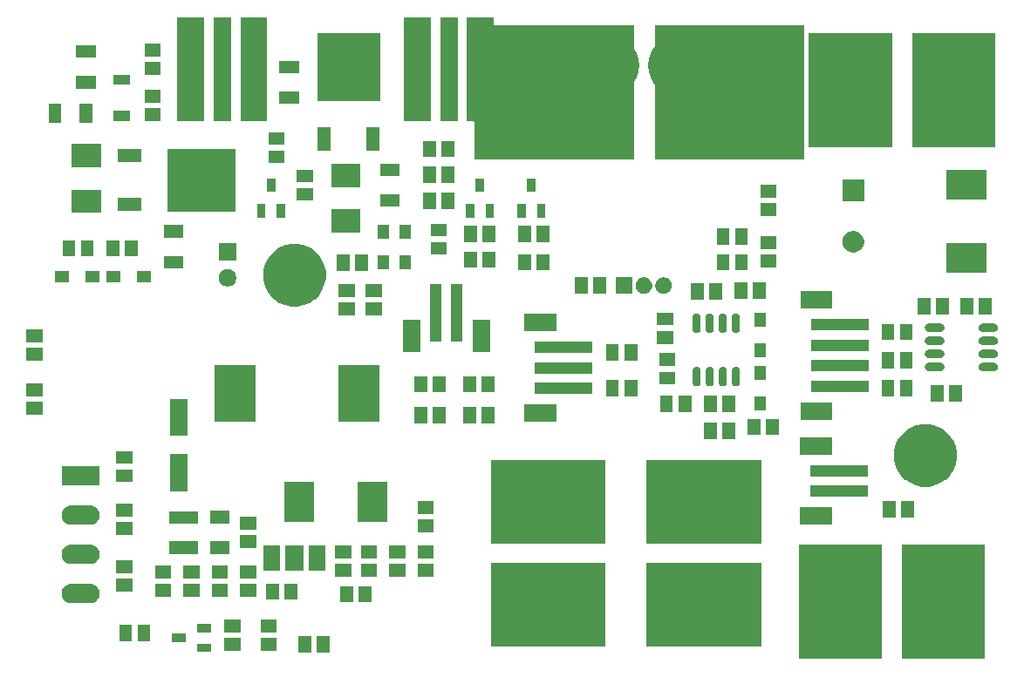
<source format=gbr>
%TF.GenerationSoftware,KiCad,Pcbnew,(5.1.4)-1*%
%TF.CreationDate,2021-05-17T23:16:04+08:00*%
%TF.ProjectId,power,706f7765-722e-46b6-9963-61645f706362,rev?*%
%TF.SameCoordinates,Original*%
%TF.FileFunction,Soldermask,Top*%
%TF.FilePolarity,Negative*%
%FSLAX46Y46*%
G04 Gerber Fmt 4.6, Leading zero omitted, Abs format (unit mm)*
G04 Created by KiCad (PCBNEW (5.1.4)-1) date 2021-05-17 23:16:04*
%MOMM*%
%LPD*%
G04 APERTURE LIST*
%ADD10C,0.350000*%
G04 APERTURE END LIST*
D10*
G36*
X116051000Y-83301000D02*
G01*
X107949000Y-83301000D01*
X107949000Y-72199000D01*
X116051000Y-72199000D01*
X116051000Y-83301000D01*
X116051000Y-83301000D01*
G37*
G36*
X106051000Y-83301000D02*
G01*
X97949000Y-83301000D01*
X97949000Y-72199000D01*
X106051000Y-72199000D01*
X106051000Y-83301000D01*
X106051000Y-83301000D01*
G37*
G36*
X50631000Y-82676000D02*
G01*
X49369000Y-82676000D01*
X49369000Y-81104000D01*
X50631000Y-81104000D01*
X50631000Y-82676000D01*
X50631000Y-82676000D01*
G37*
G36*
X52411000Y-82676000D02*
G01*
X51149000Y-82676000D01*
X51149000Y-81104000D01*
X52411000Y-81104000D01*
X52411000Y-82676000D01*
X52411000Y-82676000D01*
G37*
G36*
X40926000Y-82601000D02*
G01*
X39574000Y-82601000D01*
X39574000Y-81799000D01*
X40926000Y-81799000D01*
X40926000Y-82601000D01*
X40926000Y-82601000D01*
G37*
G36*
X43786000Y-82521000D02*
G01*
X42214000Y-82521000D01*
X42214000Y-81259000D01*
X43786000Y-81259000D01*
X43786000Y-82521000D01*
X43786000Y-82521000D01*
G37*
G36*
X47286000Y-82521000D02*
G01*
X45714000Y-82521000D01*
X45714000Y-81259000D01*
X47286000Y-81259000D01*
X47286000Y-82521000D01*
X47286000Y-82521000D01*
G37*
G36*
X94301000Y-82051000D02*
G01*
X83199000Y-82051000D01*
X83199000Y-73949000D01*
X94301000Y-73949000D01*
X94301000Y-82051000D01*
X94301000Y-82051000D01*
G37*
G36*
X79151000Y-82051000D02*
G01*
X68049000Y-82051000D01*
X68049000Y-73949000D01*
X79151000Y-73949000D01*
X79151000Y-82051000D01*
X79151000Y-82051000D01*
G37*
G36*
X38426000Y-81651000D02*
G01*
X37074000Y-81651000D01*
X37074000Y-80849000D01*
X38426000Y-80849000D01*
X38426000Y-81651000D01*
X38426000Y-81651000D01*
G37*
G36*
X35021000Y-81536000D02*
G01*
X33759000Y-81536000D01*
X33759000Y-79964000D01*
X35021000Y-79964000D01*
X35021000Y-81536000D01*
X35021000Y-81536000D01*
G37*
G36*
X33241000Y-81536000D02*
G01*
X31979000Y-81536000D01*
X31979000Y-79964000D01*
X33241000Y-79964000D01*
X33241000Y-81536000D01*
X33241000Y-81536000D01*
G37*
G36*
X43786000Y-80741000D02*
G01*
X42214000Y-80741000D01*
X42214000Y-79479000D01*
X43786000Y-79479000D01*
X43786000Y-80741000D01*
X43786000Y-80741000D01*
G37*
G36*
X47286000Y-80741000D02*
G01*
X45714000Y-80741000D01*
X45714000Y-79479000D01*
X47286000Y-79479000D01*
X47286000Y-80741000D01*
X47286000Y-80741000D01*
G37*
G36*
X40926000Y-80701000D02*
G01*
X39574000Y-80701000D01*
X39574000Y-79899000D01*
X40926000Y-79899000D01*
X40926000Y-80701000D01*
X40926000Y-80701000D01*
G37*
G36*
X29336425Y-75992760D02*
G01*
X29336428Y-75992761D01*
X29336429Y-75992761D01*
X29515693Y-76047140D01*
X29515696Y-76047142D01*
X29515697Y-76047142D01*
X29680903Y-76135446D01*
X29825712Y-76254288D01*
X29944554Y-76399097D01*
X30032858Y-76564303D01*
X30032860Y-76564307D01*
X30087239Y-76743571D01*
X30087240Y-76743575D01*
X30105601Y-76930000D01*
X30087240Y-77116425D01*
X30087239Y-77116428D01*
X30087239Y-77116429D01*
X30032860Y-77295693D01*
X30032858Y-77295696D01*
X30032858Y-77295697D01*
X29944554Y-77460903D01*
X29825712Y-77605712D01*
X29680903Y-77724554D01*
X29515697Y-77812858D01*
X29515693Y-77812860D01*
X29336429Y-77867239D01*
X29336428Y-77867239D01*
X29336425Y-77867240D01*
X29196718Y-77881000D01*
X27303282Y-77881000D01*
X27163575Y-77867240D01*
X27163572Y-77867239D01*
X27163571Y-77867239D01*
X26984307Y-77812860D01*
X26984303Y-77812858D01*
X26819097Y-77724554D01*
X26674288Y-77605712D01*
X26555446Y-77460903D01*
X26467142Y-77295697D01*
X26467142Y-77295696D01*
X26467140Y-77295693D01*
X26412761Y-77116429D01*
X26412761Y-77116428D01*
X26412760Y-77116425D01*
X26394399Y-76930000D01*
X26412760Y-76743575D01*
X26412761Y-76743571D01*
X26467140Y-76564307D01*
X26467142Y-76564303D01*
X26555446Y-76399097D01*
X26674288Y-76254288D01*
X26819097Y-76135446D01*
X26984303Y-76047142D01*
X26984304Y-76047142D01*
X26984307Y-76047140D01*
X27163571Y-75992761D01*
X27163572Y-75992761D01*
X27163575Y-75992760D01*
X27303282Y-75979000D01*
X29196718Y-75979000D01*
X29336425Y-75992760D01*
X29336425Y-75992760D01*
G37*
G36*
X56521000Y-77786000D02*
G01*
X55259000Y-77786000D01*
X55259000Y-76214000D01*
X56521000Y-76214000D01*
X56521000Y-77786000D01*
X56521000Y-77786000D01*
G37*
G36*
X54741000Y-77786000D02*
G01*
X53479000Y-77786000D01*
X53479000Y-76214000D01*
X54741000Y-76214000D01*
X54741000Y-77786000D01*
X54741000Y-77786000D01*
G37*
G36*
X47491000Y-77536000D02*
G01*
X46229000Y-77536000D01*
X46229000Y-75964000D01*
X47491000Y-75964000D01*
X47491000Y-77536000D01*
X47491000Y-77536000D01*
G37*
G36*
X49271000Y-77536000D02*
G01*
X48009000Y-77536000D01*
X48009000Y-75964000D01*
X49271000Y-75964000D01*
X49271000Y-77536000D01*
X49271000Y-77536000D01*
G37*
G36*
X45286000Y-77271000D02*
G01*
X43714000Y-77271000D01*
X43714000Y-76009000D01*
X45286000Y-76009000D01*
X45286000Y-77271000D01*
X45286000Y-77271000D01*
G37*
G36*
X37036000Y-77271000D02*
G01*
X35464000Y-77271000D01*
X35464000Y-76009000D01*
X37036000Y-76009000D01*
X37036000Y-77271000D01*
X37036000Y-77271000D01*
G37*
G36*
X42536000Y-77271000D02*
G01*
X40964000Y-77271000D01*
X40964000Y-76009000D01*
X42536000Y-76009000D01*
X42536000Y-77271000D01*
X42536000Y-77271000D01*
G37*
G36*
X39786000Y-77271000D02*
G01*
X38214000Y-77271000D01*
X38214000Y-76009000D01*
X39786000Y-76009000D01*
X39786000Y-77271000D01*
X39786000Y-77271000D01*
G37*
G36*
X33286000Y-76771000D02*
G01*
X31714000Y-76771000D01*
X31714000Y-75509000D01*
X33286000Y-75509000D01*
X33286000Y-76771000D01*
X33286000Y-76771000D01*
G37*
G36*
X45286000Y-75491000D02*
G01*
X43714000Y-75491000D01*
X43714000Y-74229000D01*
X45286000Y-74229000D01*
X45286000Y-75491000D01*
X45286000Y-75491000D01*
G37*
G36*
X42536000Y-75491000D02*
G01*
X40964000Y-75491000D01*
X40964000Y-74229000D01*
X42536000Y-74229000D01*
X42536000Y-75491000D01*
X42536000Y-75491000D01*
G37*
G36*
X39786000Y-75491000D02*
G01*
X38214000Y-75491000D01*
X38214000Y-74229000D01*
X39786000Y-74229000D01*
X39786000Y-75491000D01*
X39786000Y-75491000D01*
G37*
G36*
X37036000Y-75491000D02*
G01*
X35464000Y-75491000D01*
X35464000Y-74229000D01*
X37036000Y-74229000D01*
X37036000Y-75491000D01*
X37036000Y-75491000D01*
G37*
G36*
X62536000Y-75271000D02*
G01*
X60964000Y-75271000D01*
X60964000Y-74009000D01*
X62536000Y-74009000D01*
X62536000Y-75271000D01*
X62536000Y-75271000D01*
G37*
G36*
X57036000Y-75271000D02*
G01*
X55464000Y-75271000D01*
X55464000Y-74009000D01*
X57036000Y-74009000D01*
X57036000Y-75271000D01*
X57036000Y-75271000D01*
G37*
G36*
X54536000Y-75271000D02*
G01*
X52964000Y-75271000D01*
X52964000Y-74009000D01*
X54536000Y-74009000D01*
X54536000Y-75271000D01*
X54536000Y-75271000D01*
G37*
G36*
X59786000Y-75271000D02*
G01*
X58214000Y-75271000D01*
X58214000Y-74009000D01*
X59786000Y-74009000D01*
X59786000Y-75271000D01*
X59786000Y-75271000D01*
G37*
G36*
X33286000Y-74991000D02*
G01*
X31714000Y-74991000D01*
X31714000Y-73729000D01*
X33286000Y-73729000D01*
X33286000Y-74991000D01*
X33286000Y-74991000D01*
G37*
G36*
X49876000Y-74741000D02*
G01*
X48124000Y-74741000D01*
X48124000Y-72259000D01*
X49876000Y-72259000D01*
X49876000Y-74741000D01*
X49876000Y-74741000D01*
G37*
G36*
X51975000Y-74700000D02*
G01*
X50425000Y-74700000D01*
X50425000Y-72300000D01*
X51975000Y-72300000D01*
X51975000Y-74700000D01*
X51975000Y-74700000D01*
G37*
G36*
X47575000Y-74700000D02*
G01*
X46025000Y-74700000D01*
X46025000Y-72300000D01*
X47575000Y-72300000D01*
X47575000Y-74700000D01*
X47575000Y-74700000D01*
G37*
G36*
X29336425Y-72182760D02*
G01*
X29336428Y-72182761D01*
X29336429Y-72182761D01*
X29515693Y-72237140D01*
X29515696Y-72237142D01*
X29515697Y-72237142D01*
X29680903Y-72325446D01*
X29825712Y-72444288D01*
X29944554Y-72589097D01*
X30032858Y-72754303D01*
X30032860Y-72754307D01*
X30087239Y-72933571D01*
X30087240Y-72933575D01*
X30105601Y-73120000D01*
X30087240Y-73306425D01*
X30087239Y-73306428D01*
X30087239Y-73306429D01*
X30032860Y-73485693D01*
X30032858Y-73485696D01*
X30032858Y-73485697D01*
X29944554Y-73650903D01*
X29825712Y-73795712D01*
X29680903Y-73914554D01*
X29515697Y-74002858D01*
X29515693Y-74002860D01*
X29336429Y-74057239D01*
X29336428Y-74057239D01*
X29336425Y-74057240D01*
X29196718Y-74071000D01*
X27303282Y-74071000D01*
X27163575Y-74057240D01*
X27163572Y-74057239D01*
X27163571Y-74057239D01*
X26984307Y-74002860D01*
X26984303Y-74002858D01*
X26819097Y-73914554D01*
X26674288Y-73795712D01*
X26555446Y-73650903D01*
X26467142Y-73485697D01*
X26467142Y-73485696D01*
X26467140Y-73485693D01*
X26412761Y-73306429D01*
X26412761Y-73306428D01*
X26412760Y-73306425D01*
X26394399Y-73120000D01*
X26412760Y-72933575D01*
X26412761Y-72933571D01*
X26467140Y-72754307D01*
X26467142Y-72754303D01*
X26555446Y-72589097D01*
X26674288Y-72444288D01*
X26819097Y-72325446D01*
X26984303Y-72237142D01*
X26984304Y-72237142D01*
X26984307Y-72237140D01*
X27163571Y-72182761D01*
X27163572Y-72182761D01*
X27163575Y-72182760D01*
X27303282Y-72169000D01*
X29196718Y-72169000D01*
X29336425Y-72182760D01*
X29336425Y-72182760D01*
G37*
G36*
X59786000Y-73491000D02*
G01*
X58214000Y-73491000D01*
X58214000Y-72229000D01*
X59786000Y-72229000D01*
X59786000Y-73491000D01*
X59786000Y-73491000D01*
G37*
G36*
X57036000Y-73491000D02*
G01*
X55464000Y-73491000D01*
X55464000Y-72229000D01*
X57036000Y-72229000D01*
X57036000Y-73491000D01*
X57036000Y-73491000D01*
G37*
G36*
X62536000Y-73491000D02*
G01*
X60964000Y-73491000D01*
X60964000Y-72229000D01*
X62536000Y-72229000D01*
X62536000Y-73491000D01*
X62536000Y-73491000D01*
G37*
G36*
X54536000Y-73491000D02*
G01*
X52964000Y-73491000D01*
X52964000Y-72229000D01*
X54536000Y-72229000D01*
X54536000Y-73491000D01*
X54536000Y-73491000D01*
G37*
G36*
X39661000Y-73131000D02*
G01*
X36839000Y-73131000D01*
X36839000Y-71869000D01*
X39661000Y-71869000D01*
X39661000Y-73131000D01*
X39661000Y-73131000D01*
G37*
G36*
X42701000Y-73106000D02*
G01*
X40799000Y-73106000D01*
X40799000Y-71874000D01*
X42701000Y-71874000D01*
X42701000Y-73106000D01*
X42701000Y-73106000D01*
G37*
G36*
X45286000Y-72521000D02*
G01*
X43714000Y-72521000D01*
X43714000Y-71259000D01*
X45286000Y-71259000D01*
X45286000Y-72521000D01*
X45286000Y-72521000D01*
G37*
G36*
X94301000Y-72051000D02*
G01*
X83199000Y-72051000D01*
X83199000Y-63949000D01*
X94301000Y-63949000D01*
X94301000Y-72051000D01*
X94301000Y-72051000D01*
G37*
G36*
X79151000Y-72051000D02*
G01*
X68049000Y-72051000D01*
X68049000Y-63949000D01*
X79151000Y-63949000D01*
X79151000Y-72051000D01*
X79151000Y-72051000D01*
G37*
G36*
X33286000Y-71271000D02*
G01*
X31714000Y-71271000D01*
X31714000Y-70009000D01*
X33286000Y-70009000D01*
X33286000Y-71271000D01*
X33286000Y-71271000D01*
G37*
G36*
X62536000Y-71021000D02*
G01*
X60964000Y-71021000D01*
X60964000Y-69759000D01*
X62536000Y-69759000D01*
X62536000Y-71021000D01*
X62536000Y-71021000D01*
G37*
G36*
X45286000Y-70741000D02*
G01*
X43714000Y-70741000D01*
X43714000Y-69479000D01*
X45286000Y-69479000D01*
X45286000Y-70741000D01*
X45286000Y-70741000D01*
G37*
G36*
X29336425Y-68372760D02*
G01*
X29336428Y-68372761D01*
X29336429Y-68372761D01*
X29515693Y-68427140D01*
X29515696Y-68427142D01*
X29515697Y-68427142D01*
X29680903Y-68515446D01*
X29825712Y-68634288D01*
X29944554Y-68779097D01*
X30019333Y-68919000D01*
X30032860Y-68944307D01*
X30087239Y-69123571D01*
X30087240Y-69123575D01*
X30105601Y-69310000D01*
X30087240Y-69496425D01*
X30087239Y-69496428D01*
X30087239Y-69496429D01*
X30032860Y-69675693D01*
X30032858Y-69675696D01*
X30032858Y-69675697D01*
X29944554Y-69840903D01*
X29825712Y-69985712D01*
X29680903Y-70104554D01*
X29515697Y-70192858D01*
X29515693Y-70192860D01*
X29336429Y-70247239D01*
X29336428Y-70247239D01*
X29336425Y-70247240D01*
X29196718Y-70261000D01*
X27303282Y-70261000D01*
X27163575Y-70247240D01*
X27163572Y-70247239D01*
X27163571Y-70247239D01*
X26984307Y-70192860D01*
X26984303Y-70192858D01*
X26819097Y-70104554D01*
X26674288Y-69985712D01*
X26555446Y-69840903D01*
X26467142Y-69675697D01*
X26467142Y-69675696D01*
X26467140Y-69675693D01*
X26412761Y-69496429D01*
X26412761Y-69496428D01*
X26412760Y-69496425D01*
X26394399Y-69310000D01*
X26412760Y-69123575D01*
X26412761Y-69123571D01*
X26467140Y-68944307D01*
X26480667Y-68919000D01*
X26555446Y-68779097D01*
X26674288Y-68634288D01*
X26819097Y-68515446D01*
X26984303Y-68427142D01*
X26984304Y-68427142D01*
X26984307Y-68427140D01*
X27163571Y-68372761D01*
X27163572Y-68372761D01*
X27163575Y-68372760D01*
X27303282Y-68359000D01*
X29196718Y-68359000D01*
X29336425Y-68372760D01*
X29336425Y-68372760D01*
G37*
G36*
X101176000Y-70251000D02*
G01*
X98074000Y-70251000D01*
X98074000Y-68549000D01*
X101176000Y-68549000D01*
X101176000Y-70251000D01*
X101176000Y-70251000D01*
G37*
G36*
X39661000Y-70181000D02*
G01*
X36839000Y-70181000D01*
X36839000Y-68919000D01*
X39661000Y-68919000D01*
X39661000Y-70181000D01*
X39661000Y-70181000D01*
G37*
G36*
X42701000Y-70126000D02*
G01*
X40799000Y-70126000D01*
X40799000Y-68894000D01*
X42701000Y-68894000D01*
X42701000Y-70126000D01*
X42701000Y-70126000D01*
G37*
G36*
X58016500Y-69956000D02*
G01*
X55120500Y-69956000D01*
X55120500Y-66044000D01*
X58016500Y-66044000D01*
X58016500Y-69956000D01*
X58016500Y-69956000D01*
G37*
G36*
X50879500Y-69956000D02*
G01*
X47983500Y-69956000D01*
X47983500Y-66044000D01*
X50879500Y-66044000D01*
X50879500Y-69956000D01*
X50879500Y-69956000D01*
G37*
G36*
X107381000Y-69536000D02*
G01*
X106119000Y-69536000D01*
X106119000Y-67964000D01*
X107381000Y-67964000D01*
X107381000Y-69536000D01*
X107381000Y-69536000D01*
G37*
G36*
X109161000Y-69536000D02*
G01*
X107899000Y-69536000D01*
X107899000Y-67964000D01*
X109161000Y-67964000D01*
X109161000Y-69536000D01*
X109161000Y-69536000D01*
G37*
G36*
X33286000Y-69491000D02*
G01*
X31714000Y-69491000D01*
X31714000Y-68229000D01*
X33286000Y-68229000D01*
X33286000Y-69491000D01*
X33286000Y-69491000D01*
G37*
G36*
X62536000Y-69241000D02*
G01*
X60964000Y-69241000D01*
X60964000Y-67979000D01*
X62536000Y-67979000D01*
X62536000Y-69241000D01*
X62536000Y-69241000D01*
G37*
G36*
X104676000Y-67551000D02*
G01*
X99074000Y-67551000D01*
X99074000Y-66449000D01*
X104676000Y-66449000D01*
X104676000Y-67551000D01*
X104676000Y-67551000D01*
G37*
G36*
X38601000Y-67001000D02*
G01*
X36899000Y-67001000D01*
X36899000Y-63399000D01*
X38601000Y-63399000D01*
X38601000Y-67001000D01*
X38601000Y-67001000D01*
G37*
G36*
X111139943Y-60566248D02*
G01*
X111695189Y-60796238D01*
X111867497Y-60911371D01*
X112194899Y-61130134D01*
X112619866Y-61555101D01*
X112749425Y-61749000D01*
X112953762Y-62054811D01*
X113183752Y-62610057D01*
X113301000Y-63199501D01*
X113301000Y-63800499D01*
X113183752Y-64389943D01*
X112953762Y-64945189D01*
X112891872Y-65037814D01*
X112619866Y-65444899D01*
X112194899Y-65869866D01*
X112120736Y-65919420D01*
X111695189Y-66203762D01*
X111139943Y-66433752D01*
X110550499Y-66551000D01*
X109949501Y-66551000D01*
X109360057Y-66433752D01*
X108804811Y-66203762D01*
X108379264Y-65919420D01*
X108305101Y-65869866D01*
X107880134Y-65444899D01*
X107608128Y-65037814D01*
X107546238Y-64945189D01*
X107316248Y-64389943D01*
X107199000Y-63800499D01*
X107199000Y-63199501D01*
X107316248Y-62610057D01*
X107546238Y-62054811D01*
X107750575Y-61749000D01*
X107880134Y-61555101D01*
X108305101Y-61130134D01*
X108632503Y-60911371D01*
X108804811Y-60796238D01*
X109360057Y-60566248D01*
X109949501Y-60449000D01*
X110550499Y-60449000D01*
X111139943Y-60566248D01*
X111139943Y-60566248D01*
G37*
G36*
X30101000Y-66451000D02*
G01*
X26399000Y-66451000D01*
X26399000Y-64549000D01*
X30101000Y-64549000D01*
X30101000Y-66451000D01*
X30101000Y-66451000D01*
G37*
G36*
X33286000Y-66121000D02*
G01*
X31714000Y-66121000D01*
X31714000Y-64859000D01*
X33286000Y-64859000D01*
X33286000Y-66121000D01*
X33286000Y-66121000D01*
G37*
G36*
X104676000Y-65551000D02*
G01*
X99074000Y-65551000D01*
X99074000Y-64449000D01*
X104676000Y-64449000D01*
X104676000Y-65551000D01*
X104676000Y-65551000D01*
G37*
G36*
X33286000Y-64341000D02*
G01*
X31714000Y-64341000D01*
X31714000Y-63079000D01*
X33286000Y-63079000D01*
X33286000Y-64341000D01*
X33286000Y-64341000D01*
G37*
G36*
X101176000Y-63451000D02*
G01*
X98074000Y-63451000D01*
X98074000Y-61749000D01*
X101176000Y-61749000D01*
X101176000Y-63451000D01*
X101176000Y-63451000D01*
G37*
G36*
X91771000Y-61921011D02*
G01*
X90509000Y-61921011D01*
X90509000Y-60349011D01*
X91771000Y-60349011D01*
X91771000Y-61921011D01*
X91771000Y-61921011D01*
G37*
G36*
X89991000Y-61921011D02*
G01*
X88729000Y-61921011D01*
X88729000Y-60349011D01*
X89991000Y-60349011D01*
X89991000Y-61921011D01*
X89991000Y-61921011D01*
G37*
G36*
X38601000Y-61601000D02*
G01*
X36899000Y-61601000D01*
X36899000Y-57999000D01*
X38601000Y-57999000D01*
X38601000Y-61601000D01*
X38601000Y-61601000D01*
G37*
G36*
X94241000Y-61536000D02*
G01*
X92979000Y-61536000D01*
X92979000Y-59964000D01*
X94241000Y-59964000D01*
X94241000Y-61536000D01*
X94241000Y-61536000D01*
G37*
G36*
X96021000Y-61536000D02*
G01*
X94759000Y-61536000D01*
X94759000Y-59964000D01*
X96021000Y-59964000D01*
X96021000Y-61536000D01*
X96021000Y-61536000D01*
G37*
G36*
X63671000Y-60386000D02*
G01*
X62409000Y-60386000D01*
X62409000Y-58814000D01*
X63671000Y-58814000D01*
X63671000Y-60386000D01*
X63671000Y-60386000D01*
G37*
G36*
X61891000Y-60386000D02*
G01*
X60629000Y-60386000D01*
X60629000Y-58814000D01*
X61891000Y-58814000D01*
X61891000Y-60386000D01*
X61891000Y-60386000D01*
G37*
G36*
X68421000Y-60386000D02*
G01*
X67159000Y-60386000D01*
X67159000Y-58814000D01*
X68421000Y-58814000D01*
X68421000Y-60386000D01*
X68421000Y-60386000D01*
G37*
G36*
X66641000Y-60386000D02*
G01*
X65379000Y-60386000D01*
X65379000Y-58814000D01*
X66641000Y-58814000D01*
X66641000Y-60386000D01*
X66641000Y-60386000D01*
G37*
G36*
X57251000Y-60251000D02*
G01*
X53249000Y-60251000D01*
X53249000Y-54749000D01*
X57251000Y-54749000D01*
X57251000Y-60251000D01*
X57251000Y-60251000D01*
G37*
G36*
X45251000Y-60251000D02*
G01*
X41249000Y-60251000D01*
X41249000Y-54749000D01*
X45251000Y-54749000D01*
X45251000Y-60251000D01*
X45251000Y-60251000D01*
G37*
G36*
X74426000Y-60251000D02*
G01*
X71324000Y-60251000D01*
X71324000Y-58549000D01*
X74426000Y-58549000D01*
X74426000Y-60251000D01*
X74426000Y-60251000D01*
G37*
G36*
X101226000Y-60051000D02*
G01*
X98124000Y-60051000D01*
X98124000Y-58349000D01*
X101226000Y-58349000D01*
X101226000Y-60051000D01*
X101226000Y-60051000D01*
G37*
G36*
X24536000Y-59521000D02*
G01*
X22964000Y-59521000D01*
X22964000Y-58259000D01*
X24536000Y-58259000D01*
X24536000Y-59521000D01*
X24536000Y-59521000D01*
G37*
G36*
X91771000Y-59286000D02*
G01*
X90509000Y-59286000D01*
X90509000Y-57714000D01*
X91771000Y-57714000D01*
X91771000Y-59286000D01*
X91771000Y-59286000D01*
G37*
G36*
X89991000Y-59286000D02*
G01*
X88729000Y-59286000D01*
X88729000Y-57714000D01*
X89991000Y-57714000D01*
X89991000Y-59286000D01*
X89991000Y-59286000D01*
G37*
G36*
X87521000Y-59286000D02*
G01*
X86259000Y-59286000D01*
X86259000Y-57714000D01*
X87521000Y-57714000D01*
X87521000Y-59286000D01*
X87521000Y-59286000D01*
G37*
G36*
X85741000Y-59286000D02*
G01*
X84479000Y-59286000D01*
X84479000Y-57714000D01*
X85741000Y-57714000D01*
X85741000Y-59286000D01*
X85741000Y-59286000D01*
G37*
G36*
X94751000Y-59151000D02*
G01*
X93649000Y-59151000D01*
X93649000Y-57799000D01*
X94751000Y-57799000D01*
X94751000Y-59151000D01*
X94751000Y-59151000D01*
G37*
G36*
X111991000Y-58286000D02*
G01*
X110729000Y-58286000D01*
X110729000Y-56714000D01*
X111991000Y-56714000D01*
X111991000Y-58286000D01*
X111991000Y-58286000D01*
G37*
G36*
X113771000Y-58286000D02*
G01*
X112509000Y-58286000D01*
X112509000Y-56714000D01*
X113771000Y-56714000D01*
X113771000Y-58286000D01*
X113771000Y-58286000D01*
G37*
G36*
X80491000Y-57786000D02*
G01*
X79229000Y-57786000D01*
X79229000Y-56214000D01*
X80491000Y-56214000D01*
X80491000Y-57786000D01*
X80491000Y-57786000D01*
G37*
G36*
X82271000Y-57786000D02*
G01*
X81009000Y-57786000D01*
X81009000Y-56214000D01*
X82271000Y-56214000D01*
X82271000Y-57786000D01*
X82271000Y-57786000D01*
G37*
G36*
X109021000Y-57786000D02*
G01*
X107759000Y-57786000D01*
X107759000Y-56214000D01*
X109021000Y-56214000D01*
X109021000Y-57786000D01*
X109021000Y-57786000D01*
G37*
G36*
X107241000Y-57786000D02*
G01*
X105979000Y-57786000D01*
X105979000Y-56214000D01*
X107241000Y-56214000D01*
X107241000Y-57786000D01*
X107241000Y-57786000D01*
G37*
G36*
X24536000Y-57741000D02*
G01*
X22964000Y-57741000D01*
X22964000Y-56479000D01*
X24536000Y-56479000D01*
X24536000Y-57741000D01*
X24536000Y-57741000D01*
G37*
G36*
X77926000Y-57551000D02*
G01*
X72324000Y-57551000D01*
X72324000Y-56449000D01*
X77926000Y-56449000D01*
X77926000Y-57551000D01*
X77926000Y-57551000D01*
G37*
G36*
X68420999Y-57386000D02*
G01*
X67158999Y-57386000D01*
X67158999Y-55814000D01*
X68420999Y-55814000D01*
X68420999Y-57386000D01*
X68420999Y-57386000D01*
G37*
G36*
X61891000Y-57386000D02*
G01*
X60629000Y-57386000D01*
X60629000Y-55814000D01*
X61891000Y-55814000D01*
X61891000Y-57386000D01*
X61891000Y-57386000D01*
G37*
G36*
X63671000Y-57386000D02*
G01*
X62409000Y-57386000D01*
X62409000Y-55814000D01*
X63671000Y-55814000D01*
X63671000Y-57386000D01*
X63671000Y-57386000D01*
G37*
G36*
X66640999Y-57386000D02*
G01*
X65378999Y-57386000D01*
X65378999Y-55814000D01*
X66640999Y-55814000D01*
X66640999Y-57386000D01*
X66640999Y-57386000D01*
G37*
G36*
X104726000Y-57351000D02*
G01*
X99124000Y-57351000D01*
X99124000Y-56249000D01*
X104726000Y-56249000D01*
X104726000Y-57351000D01*
X104726000Y-57351000D01*
G37*
G36*
X90663610Y-54904802D02*
G01*
X90714002Y-54920089D01*
X90739199Y-54927732D01*
X90808862Y-54964968D01*
X90869922Y-55015078D01*
X90920032Y-55076138D01*
X90957268Y-55145801D01*
X90957268Y-55145802D01*
X90980198Y-55221390D01*
X90986000Y-55280302D01*
X90986000Y-56419698D01*
X90980198Y-56478610D01*
X90964911Y-56529002D01*
X90957268Y-56554199D01*
X90920032Y-56623862D01*
X90869922Y-56684922D01*
X90808860Y-56735033D01*
X90739200Y-56772267D01*
X90739197Y-56772268D01*
X90663609Y-56795198D01*
X90585000Y-56802940D01*
X90506390Y-56795198D01*
X90455998Y-56779911D01*
X90430801Y-56772268D01*
X90361138Y-56735032D01*
X90300078Y-56684922D01*
X90249967Y-56623860D01*
X90212733Y-56554200D01*
X90189921Y-56479000D01*
X90189802Y-56478609D01*
X90184000Y-56419697D01*
X90184001Y-55280302D01*
X90189803Y-55221390D01*
X90212733Y-55145802D01*
X90212733Y-55145801D01*
X90249969Y-55076138D01*
X90300079Y-55015078D01*
X90361139Y-54964968D01*
X90430802Y-54927732D01*
X90455999Y-54920089D01*
X90506391Y-54904802D01*
X90585000Y-54897060D01*
X90663610Y-54904802D01*
X90663610Y-54904802D01*
G37*
G36*
X91933610Y-54904802D02*
G01*
X91984002Y-54920089D01*
X92009199Y-54927732D01*
X92078862Y-54964968D01*
X92139922Y-55015078D01*
X92190032Y-55076138D01*
X92227268Y-55145801D01*
X92227268Y-55145802D01*
X92250198Y-55221390D01*
X92256000Y-55280302D01*
X92256000Y-56419698D01*
X92250198Y-56478610D01*
X92234911Y-56529002D01*
X92227268Y-56554199D01*
X92190032Y-56623862D01*
X92139922Y-56684922D01*
X92078860Y-56735033D01*
X92009200Y-56772267D01*
X92009197Y-56772268D01*
X91933609Y-56795198D01*
X91855000Y-56802940D01*
X91776390Y-56795198D01*
X91725998Y-56779911D01*
X91700801Y-56772268D01*
X91631138Y-56735032D01*
X91570078Y-56684922D01*
X91519967Y-56623860D01*
X91482733Y-56554200D01*
X91459921Y-56479000D01*
X91459802Y-56478609D01*
X91454000Y-56419697D01*
X91454001Y-55280302D01*
X91459803Y-55221390D01*
X91482733Y-55145802D01*
X91482733Y-55145801D01*
X91519969Y-55076138D01*
X91570079Y-55015078D01*
X91631139Y-54964968D01*
X91700802Y-54927732D01*
X91725999Y-54920089D01*
X91776391Y-54904802D01*
X91855000Y-54897060D01*
X91933610Y-54904802D01*
X91933610Y-54904802D01*
G37*
G36*
X88123610Y-54904802D02*
G01*
X88174002Y-54920089D01*
X88199199Y-54927732D01*
X88268862Y-54964968D01*
X88329922Y-55015078D01*
X88380032Y-55076138D01*
X88417268Y-55145801D01*
X88417268Y-55145802D01*
X88440198Y-55221390D01*
X88446000Y-55280302D01*
X88446000Y-56419698D01*
X88440198Y-56478610D01*
X88424911Y-56529002D01*
X88417268Y-56554199D01*
X88380032Y-56623862D01*
X88329922Y-56684922D01*
X88268860Y-56735033D01*
X88199200Y-56772267D01*
X88199197Y-56772268D01*
X88123609Y-56795198D01*
X88045000Y-56802940D01*
X87966390Y-56795198D01*
X87915998Y-56779911D01*
X87890801Y-56772268D01*
X87821138Y-56735032D01*
X87760078Y-56684922D01*
X87709967Y-56623860D01*
X87672733Y-56554200D01*
X87649921Y-56479000D01*
X87649802Y-56478609D01*
X87644000Y-56419697D01*
X87644001Y-55280302D01*
X87649803Y-55221390D01*
X87672733Y-55145802D01*
X87672733Y-55145801D01*
X87709969Y-55076138D01*
X87760079Y-55015078D01*
X87821139Y-54964968D01*
X87890802Y-54927732D01*
X87915999Y-54920089D01*
X87966391Y-54904802D01*
X88045000Y-54897060D01*
X88123610Y-54904802D01*
X88123610Y-54904802D01*
G37*
G36*
X89393610Y-54904802D02*
G01*
X89444002Y-54920089D01*
X89469199Y-54927732D01*
X89538862Y-54964968D01*
X89599922Y-55015078D01*
X89650032Y-55076138D01*
X89687268Y-55145801D01*
X89687268Y-55145802D01*
X89710198Y-55221390D01*
X89716000Y-55280302D01*
X89716000Y-56419698D01*
X89710198Y-56478610D01*
X89694911Y-56529002D01*
X89687268Y-56554199D01*
X89650032Y-56623862D01*
X89599922Y-56684922D01*
X89538860Y-56735033D01*
X89469200Y-56772267D01*
X89469197Y-56772268D01*
X89393609Y-56795198D01*
X89315000Y-56802940D01*
X89236390Y-56795198D01*
X89185998Y-56779911D01*
X89160801Y-56772268D01*
X89091138Y-56735032D01*
X89030078Y-56684922D01*
X88979967Y-56623860D01*
X88942733Y-56554200D01*
X88919921Y-56479000D01*
X88919802Y-56478609D01*
X88914000Y-56419697D01*
X88914001Y-55280302D01*
X88919803Y-55221390D01*
X88942733Y-55145802D01*
X88942733Y-55145801D01*
X88979969Y-55076138D01*
X89030079Y-55015078D01*
X89091139Y-54964968D01*
X89160802Y-54927732D01*
X89185999Y-54920089D01*
X89236391Y-54904802D01*
X89315000Y-54897060D01*
X89393610Y-54904802D01*
X89393610Y-54904802D01*
G37*
G36*
X85986000Y-56631000D02*
G01*
X84414000Y-56631000D01*
X84414000Y-55369000D01*
X85986000Y-55369000D01*
X85986000Y-56631000D01*
X85986000Y-56631000D01*
G37*
G36*
X94751000Y-56201000D02*
G01*
X93649000Y-56201000D01*
X93649000Y-54849000D01*
X94751000Y-54849000D01*
X94751000Y-56201000D01*
X94751000Y-56201000D01*
G37*
G36*
X77926000Y-55551000D02*
G01*
X72324000Y-55551000D01*
X72324000Y-54449000D01*
X77926000Y-54449000D01*
X77926000Y-55551000D01*
X77926000Y-55551000D01*
G37*
G36*
X104726000Y-55351000D02*
G01*
X99124000Y-55351000D01*
X99124000Y-54249000D01*
X104726000Y-54249000D01*
X104726000Y-55351000D01*
X104726000Y-55351000D01*
G37*
G36*
X116939335Y-54505934D02*
G01*
X116978610Y-54509802D01*
X117029002Y-54525089D01*
X117054199Y-54532732D01*
X117123862Y-54569968D01*
X117184922Y-54620078D01*
X117235032Y-54681138D01*
X117272268Y-54750801D01*
X117272268Y-54750802D01*
X117295198Y-54826390D01*
X117302940Y-54905000D01*
X117295198Y-54983610D01*
X117285652Y-55015078D01*
X117272268Y-55059199D01*
X117235032Y-55128862D01*
X117184922Y-55189922D01*
X117123862Y-55240032D01*
X117054199Y-55277268D01*
X117044200Y-55280301D01*
X116978610Y-55300198D01*
X116939335Y-55304066D01*
X116919699Y-55306000D01*
X115780301Y-55306000D01*
X115760665Y-55304066D01*
X115721390Y-55300198D01*
X115655800Y-55280301D01*
X115645801Y-55277268D01*
X115576138Y-55240032D01*
X115515078Y-55189922D01*
X115464968Y-55128862D01*
X115427732Y-55059199D01*
X115414348Y-55015078D01*
X115404802Y-54983610D01*
X115397060Y-54905000D01*
X115404802Y-54826390D01*
X115427732Y-54750802D01*
X115427732Y-54750801D01*
X115464968Y-54681138D01*
X115515078Y-54620078D01*
X115576138Y-54569968D01*
X115645801Y-54532732D01*
X115670998Y-54525089D01*
X115721390Y-54509802D01*
X115760665Y-54505934D01*
X115780301Y-54504000D01*
X116919699Y-54504000D01*
X116939335Y-54505934D01*
X116939335Y-54505934D01*
G37*
G36*
X111739335Y-54505934D02*
G01*
X111778610Y-54509802D01*
X111829002Y-54525089D01*
X111854199Y-54532732D01*
X111923862Y-54569968D01*
X111984922Y-54620078D01*
X112035032Y-54681138D01*
X112072268Y-54750801D01*
X112072268Y-54750802D01*
X112095198Y-54826390D01*
X112102940Y-54905000D01*
X112095198Y-54983610D01*
X112085652Y-55015078D01*
X112072268Y-55059199D01*
X112035032Y-55128862D01*
X111984922Y-55189922D01*
X111923862Y-55240032D01*
X111854199Y-55277268D01*
X111844200Y-55280301D01*
X111778610Y-55300198D01*
X111739335Y-55304066D01*
X111719699Y-55306000D01*
X110580301Y-55306000D01*
X110560665Y-55304066D01*
X110521390Y-55300198D01*
X110455800Y-55280301D01*
X110445801Y-55277268D01*
X110376138Y-55240032D01*
X110315078Y-55189922D01*
X110264968Y-55128862D01*
X110227732Y-55059199D01*
X110214348Y-55015078D01*
X110204802Y-54983610D01*
X110197060Y-54905000D01*
X110204802Y-54826390D01*
X110227732Y-54750802D01*
X110227732Y-54750801D01*
X110264968Y-54681138D01*
X110315078Y-54620078D01*
X110376138Y-54569968D01*
X110445801Y-54532732D01*
X110470998Y-54525089D01*
X110521390Y-54509802D01*
X110560665Y-54505934D01*
X110580301Y-54504000D01*
X111719699Y-54504000D01*
X111739335Y-54505934D01*
X111739335Y-54505934D01*
G37*
G36*
X109021000Y-55036000D02*
G01*
X107759000Y-55036000D01*
X107759000Y-53464000D01*
X109021000Y-53464000D01*
X109021000Y-55036000D01*
X109021000Y-55036000D01*
G37*
G36*
X107241000Y-55036000D02*
G01*
X105979000Y-55036000D01*
X105979000Y-53464000D01*
X107241000Y-53464000D01*
X107241000Y-55036000D01*
X107241000Y-55036000D01*
G37*
G36*
X85986000Y-54851000D02*
G01*
X84414000Y-54851000D01*
X84414000Y-53589000D01*
X85986000Y-53589000D01*
X85986000Y-54851000D01*
X85986000Y-54851000D01*
G37*
G36*
X80491000Y-54286000D02*
G01*
X79229000Y-54286000D01*
X79229000Y-52714000D01*
X80491000Y-52714000D01*
X80491000Y-54286000D01*
X80491000Y-54286000D01*
G37*
G36*
X82271000Y-54286000D02*
G01*
X81009000Y-54286000D01*
X81009000Y-52714000D01*
X82271000Y-52714000D01*
X82271000Y-54286000D01*
X82271000Y-54286000D01*
G37*
G36*
X24536000Y-54271000D02*
G01*
X22964000Y-54271000D01*
X22964000Y-53009000D01*
X24536000Y-53009000D01*
X24536000Y-54271000D01*
X24536000Y-54271000D01*
G37*
G36*
X116939335Y-53235934D02*
G01*
X116978610Y-53239802D01*
X117029002Y-53255089D01*
X117054199Y-53262732D01*
X117123862Y-53299968D01*
X117184922Y-53350078D01*
X117235032Y-53411138D01*
X117272268Y-53480801D01*
X117272268Y-53480802D01*
X117295198Y-53556390D01*
X117302940Y-53635000D01*
X117295198Y-53713610D01*
X117279911Y-53764002D01*
X117272268Y-53789199D01*
X117235032Y-53858862D01*
X117184922Y-53919922D01*
X117123862Y-53970032D01*
X117054199Y-54007268D01*
X117029002Y-54014911D01*
X116978610Y-54030198D01*
X116939335Y-54034066D01*
X116919699Y-54036000D01*
X115780301Y-54036000D01*
X115760665Y-54034066D01*
X115721390Y-54030198D01*
X115670998Y-54014911D01*
X115645801Y-54007268D01*
X115576138Y-53970032D01*
X115515078Y-53919922D01*
X115464968Y-53858862D01*
X115427732Y-53789199D01*
X115420089Y-53764002D01*
X115404802Y-53713610D01*
X115397060Y-53635000D01*
X115404802Y-53556390D01*
X115427732Y-53480802D01*
X115427732Y-53480801D01*
X115464968Y-53411138D01*
X115515078Y-53350078D01*
X115576138Y-53299968D01*
X115645801Y-53262732D01*
X115670998Y-53255089D01*
X115721390Y-53239802D01*
X115760665Y-53235934D01*
X115780301Y-53234000D01*
X116919699Y-53234000D01*
X116939335Y-53235934D01*
X116939335Y-53235934D01*
G37*
G36*
X111739335Y-53235934D02*
G01*
X111778610Y-53239802D01*
X111829002Y-53255089D01*
X111854199Y-53262732D01*
X111923862Y-53299968D01*
X111984922Y-53350078D01*
X112035032Y-53411138D01*
X112072268Y-53480801D01*
X112072268Y-53480802D01*
X112095198Y-53556390D01*
X112102940Y-53635000D01*
X112095198Y-53713610D01*
X112079911Y-53764002D01*
X112072268Y-53789199D01*
X112035032Y-53858862D01*
X111984922Y-53919922D01*
X111923862Y-53970032D01*
X111854199Y-54007268D01*
X111829002Y-54014911D01*
X111778610Y-54030198D01*
X111739335Y-54034066D01*
X111719699Y-54036000D01*
X110580301Y-54036000D01*
X110560665Y-54034066D01*
X110521390Y-54030198D01*
X110470998Y-54014911D01*
X110445801Y-54007268D01*
X110376138Y-53970032D01*
X110315078Y-53919922D01*
X110264968Y-53858862D01*
X110227732Y-53789199D01*
X110220089Y-53764002D01*
X110204802Y-53713610D01*
X110197060Y-53635000D01*
X110204802Y-53556390D01*
X110227732Y-53480802D01*
X110227732Y-53480801D01*
X110264968Y-53411138D01*
X110315078Y-53350078D01*
X110376138Y-53299968D01*
X110445801Y-53262732D01*
X110470998Y-53255089D01*
X110521390Y-53239802D01*
X110560665Y-53235934D01*
X110580301Y-53234000D01*
X111719699Y-53234000D01*
X111739335Y-53235934D01*
X111739335Y-53235934D01*
G37*
G36*
X94751000Y-53951000D02*
G01*
X93649000Y-53951000D01*
X93649000Y-52599000D01*
X94751000Y-52599000D01*
X94751000Y-53951000D01*
X94751000Y-53951000D01*
G37*
G36*
X77926000Y-53551000D02*
G01*
X72324000Y-53551000D01*
X72324000Y-52449000D01*
X77926000Y-52449000D01*
X77926000Y-53551000D01*
X77926000Y-53551000D01*
G37*
G36*
X61201000Y-53426000D02*
G01*
X59499000Y-53426000D01*
X59499000Y-50324000D01*
X61201000Y-50324000D01*
X61201000Y-53426000D01*
X61201000Y-53426000D01*
G37*
G36*
X68001000Y-53426000D02*
G01*
X66299000Y-53426000D01*
X66299000Y-50324000D01*
X68001000Y-50324000D01*
X68001000Y-53426000D01*
X68001000Y-53426000D01*
G37*
G36*
X104726000Y-53351000D02*
G01*
X99124000Y-53351000D01*
X99124000Y-52249000D01*
X104726000Y-52249000D01*
X104726000Y-53351000D01*
X104726000Y-53351000D01*
G37*
G36*
X116939335Y-51965934D02*
G01*
X116978610Y-51969802D01*
X117029002Y-51985089D01*
X117054199Y-51992732D01*
X117123862Y-52029968D01*
X117184922Y-52080078D01*
X117235032Y-52141138D01*
X117272268Y-52210801D01*
X117272268Y-52210802D01*
X117295198Y-52286390D01*
X117302940Y-52365000D01*
X117295198Y-52443610D01*
X117280822Y-52491000D01*
X117272268Y-52519199D01*
X117235032Y-52588862D01*
X117184922Y-52649922D01*
X117123862Y-52700032D01*
X117054199Y-52737268D01*
X117029002Y-52744911D01*
X116978610Y-52760198D01*
X116939335Y-52764066D01*
X116919699Y-52766000D01*
X115780301Y-52766000D01*
X115760665Y-52764066D01*
X115721390Y-52760198D01*
X115670998Y-52744911D01*
X115645801Y-52737268D01*
X115576138Y-52700032D01*
X115515078Y-52649922D01*
X115464968Y-52588862D01*
X115427732Y-52519199D01*
X115419178Y-52491000D01*
X115404802Y-52443610D01*
X115397060Y-52365000D01*
X115404802Y-52286390D01*
X115427732Y-52210802D01*
X115427732Y-52210801D01*
X115464968Y-52141138D01*
X115515078Y-52080078D01*
X115576138Y-52029968D01*
X115645801Y-51992732D01*
X115670998Y-51985089D01*
X115721390Y-51969802D01*
X115760665Y-51965934D01*
X115780301Y-51964000D01*
X116919699Y-51964000D01*
X116939335Y-51965934D01*
X116939335Y-51965934D01*
G37*
G36*
X111739335Y-51965934D02*
G01*
X111778610Y-51969802D01*
X111829002Y-51985089D01*
X111854199Y-51992732D01*
X111923862Y-52029968D01*
X111984922Y-52080078D01*
X112035032Y-52141138D01*
X112072268Y-52210801D01*
X112072268Y-52210802D01*
X112095198Y-52286390D01*
X112102940Y-52365000D01*
X112095198Y-52443610D01*
X112080822Y-52491000D01*
X112072268Y-52519199D01*
X112035032Y-52588862D01*
X111984922Y-52649922D01*
X111923862Y-52700032D01*
X111854199Y-52737268D01*
X111829002Y-52744911D01*
X111778610Y-52760198D01*
X111739335Y-52764066D01*
X111719699Y-52766000D01*
X110580301Y-52766000D01*
X110560665Y-52764066D01*
X110521390Y-52760198D01*
X110470998Y-52744911D01*
X110445801Y-52737268D01*
X110376138Y-52700032D01*
X110315078Y-52649922D01*
X110264968Y-52588862D01*
X110227732Y-52519199D01*
X110219178Y-52491000D01*
X110204802Y-52443610D01*
X110197060Y-52365000D01*
X110204802Y-52286390D01*
X110227732Y-52210802D01*
X110227732Y-52210801D01*
X110264968Y-52141138D01*
X110315078Y-52080078D01*
X110376138Y-52029968D01*
X110445801Y-51992732D01*
X110470998Y-51985089D01*
X110521390Y-51969802D01*
X110560665Y-51965934D01*
X110580301Y-51964000D01*
X111719699Y-51964000D01*
X111739335Y-51965934D01*
X111739335Y-51965934D01*
G37*
G36*
X85786000Y-52661000D02*
G01*
X84214000Y-52661000D01*
X84214000Y-51399000D01*
X85786000Y-51399000D01*
X85786000Y-52661000D01*
X85786000Y-52661000D01*
G37*
G36*
X24536000Y-52491000D02*
G01*
X22964000Y-52491000D01*
X22964000Y-51229000D01*
X24536000Y-51229000D01*
X24536000Y-52491000D01*
X24536000Y-52491000D01*
G37*
G36*
X63301000Y-52426000D02*
G01*
X62199000Y-52426000D01*
X62199000Y-46824000D01*
X63301000Y-46824000D01*
X63301000Y-52426000D01*
X63301000Y-52426000D01*
G37*
G36*
X65301000Y-52426000D02*
G01*
X64199000Y-52426000D01*
X64199000Y-46824000D01*
X65301000Y-46824000D01*
X65301000Y-52426000D01*
X65301000Y-52426000D01*
G37*
G36*
X107241000Y-52286000D02*
G01*
X105979000Y-52286000D01*
X105979000Y-50714000D01*
X107241000Y-50714000D01*
X107241000Y-52286000D01*
X107241000Y-52286000D01*
G37*
G36*
X109021000Y-52286000D02*
G01*
X107759000Y-52286000D01*
X107759000Y-50714000D01*
X109021000Y-50714000D01*
X109021000Y-52286000D01*
X109021000Y-52286000D01*
G37*
G36*
X88123610Y-49704802D02*
G01*
X88174002Y-49720089D01*
X88199199Y-49727732D01*
X88268862Y-49764968D01*
X88329922Y-49815078D01*
X88380032Y-49876138D01*
X88417268Y-49945801D01*
X88417268Y-49945802D01*
X88440198Y-50021390D01*
X88446000Y-50080302D01*
X88446000Y-51219698D01*
X88440198Y-51278610D01*
X88427988Y-51318861D01*
X88417268Y-51354199D01*
X88380032Y-51423862D01*
X88329922Y-51484922D01*
X88268860Y-51535033D01*
X88199200Y-51572267D01*
X88199197Y-51572268D01*
X88123609Y-51595198D01*
X88045000Y-51602940D01*
X87966390Y-51595198D01*
X87915998Y-51579911D01*
X87890801Y-51572268D01*
X87821138Y-51535032D01*
X87760078Y-51484922D01*
X87709967Y-51423860D01*
X87672733Y-51354200D01*
X87662013Y-51318861D01*
X87649802Y-51278609D01*
X87644000Y-51219697D01*
X87644001Y-50080302D01*
X87649803Y-50021390D01*
X87672733Y-49945802D01*
X87672733Y-49945801D01*
X87709969Y-49876138D01*
X87760079Y-49815078D01*
X87821139Y-49764968D01*
X87890802Y-49727732D01*
X87915999Y-49720089D01*
X87966391Y-49704802D01*
X88045000Y-49697060D01*
X88123610Y-49704802D01*
X88123610Y-49704802D01*
G37*
G36*
X89393610Y-49704802D02*
G01*
X89444002Y-49720089D01*
X89469199Y-49727732D01*
X89538862Y-49764968D01*
X89599922Y-49815078D01*
X89650032Y-49876138D01*
X89687268Y-49945801D01*
X89687268Y-49945802D01*
X89710198Y-50021390D01*
X89716000Y-50080302D01*
X89716000Y-51219698D01*
X89710198Y-51278610D01*
X89697988Y-51318861D01*
X89687268Y-51354199D01*
X89650032Y-51423862D01*
X89599922Y-51484922D01*
X89538860Y-51535033D01*
X89469200Y-51572267D01*
X89469197Y-51572268D01*
X89393609Y-51595198D01*
X89315000Y-51602940D01*
X89236390Y-51595198D01*
X89185998Y-51579911D01*
X89160801Y-51572268D01*
X89091138Y-51535032D01*
X89030078Y-51484922D01*
X88979967Y-51423860D01*
X88942733Y-51354200D01*
X88932013Y-51318861D01*
X88919802Y-51278609D01*
X88914000Y-51219697D01*
X88914001Y-50080302D01*
X88919803Y-50021390D01*
X88942733Y-49945802D01*
X88942733Y-49945801D01*
X88979969Y-49876138D01*
X89030079Y-49815078D01*
X89091139Y-49764968D01*
X89160802Y-49727732D01*
X89185999Y-49720089D01*
X89236391Y-49704802D01*
X89315000Y-49697060D01*
X89393610Y-49704802D01*
X89393610Y-49704802D01*
G37*
G36*
X90663610Y-49704802D02*
G01*
X90714002Y-49720089D01*
X90739199Y-49727732D01*
X90808862Y-49764968D01*
X90869922Y-49815078D01*
X90920032Y-49876138D01*
X90957268Y-49945801D01*
X90957268Y-49945802D01*
X90980198Y-50021390D01*
X90986000Y-50080302D01*
X90986000Y-51219698D01*
X90980198Y-51278610D01*
X90967988Y-51318861D01*
X90957268Y-51354199D01*
X90920032Y-51423862D01*
X90869922Y-51484922D01*
X90808860Y-51535033D01*
X90739200Y-51572267D01*
X90739197Y-51572268D01*
X90663609Y-51595198D01*
X90585000Y-51602940D01*
X90506390Y-51595198D01*
X90455998Y-51579911D01*
X90430801Y-51572268D01*
X90361138Y-51535032D01*
X90300078Y-51484922D01*
X90249967Y-51423860D01*
X90212733Y-51354200D01*
X90202013Y-51318861D01*
X90189802Y-51278609D01*
X90184000Y-51219697D01*
X90184001Y-50080302D01*
X90189803Y-50021390D01*
X90212733Y-49945802D01*
X90212733Y-49945801D01*
X90249969Y-49876138D01*
X90300079Y-49815078D01*
X90361139Y-49764968D01*
X90430802Y-49727732D01*
X90455999Y-49720089D01*
X90506391Y-49704802D01*
X90585000Y-49697060D01*
X90663610Y-49704802D01*
X90663610Y-49704802D01*
G37*
G36*
X91933610Y-49704802D02*
G01*
X91984002Y-49720089D01*
X92009199Y-49727732D01*
X92078862Y-49764968D01*
X92139922Y-49815078D01*
X92190032Y-49876138D01*
X92227268Y-49945801D01*
X92227268Y-49945802D01*
X92250198Y-50021390D01*
X92256000Y-50080302D01*
X92256000Y-51219698D01*
X92250198Y-51278610D01*
X92237988Y-51318861D01*
X92227268Y-51354199D01*
X92190032Y-51423862D01*
X92139922Y-51484922D01*
X92078860Y-51535033D01*
X92009200Y-51572267D01*
X92009197Y-51572268D01*
X91933609Y-51595198D01*
X91855000Y-51602940D01*
X91776390Y-51595198D01*
X91725998Y-51579911D01*
X91700801Y-51572268D01*
X91631138Y-51535032D01*
X91570078Y-51484922D01*
X91519967Y-51423860D01*
X91482733Y-51354200D01*
X91472013Y-51318861D01*
X91459802Y-51278609D01*
X91454000Y-51219697D01*
X91454001Y-50080302D01*
X91459803Y-50021390D01*
X91482733Y-49945802D01*
X91482733Y-49945801D01*
X91519969Y-49876138D01*
X91570079Y-49815078D01*
X91631139Y-49764968D01*
X91700802Y-49727732D01*
X91725999Y-49720089D01*
X91776391Y-49704802D01*
X91855000Y-49697060D01*
X91933610Y-49704802D01*
X91933610Y-49704802D01*
G37*
G36*
X111739335Y-50695934D02*
G01*
X111778610Y-50699802D01*
X111825413Y-50714000D01*
X111854199Y-50722732D01*
X111923862Y-50759968D01*
X111984922Y-50810078D01*
X112035032Y-50871138D01*
X112072268Y-50940801D01*
X112072268Y-50940802D01*
X112095198Y-51016390D01*
X112102940Y-51095000D01*
X112095198Y-51173610D01*
X112081217Y-51219697D01*
X112072268Y-51249199D01*
X112035032Y-51318862D01*
X111984922Y-51379922D01*
X111923862Y-51430032D01*
X111854199Y-51467268D01*
X111829002Y-51474911D01*
X111778610Y-51490198D01*
X111739335Y-51494066D01*
X111719699Y-51496000D01*
X110580301Y-51496000D01*
X110560665Y-51494066D01*
X110521390Y-51490198D01*
X110470998Y-51474911D01*
X110445801Y-51467268D01*
X110376138Y-51430032D01*
X110315078Y-51379922D01*
X110264968Y-51318862D01*
X110227732Y-51249199D01*
X110218783Y-51219697D01*
X110204802Y-51173610D01*
X110197060Y-51095000D01*
X110204802Y-51016390D01*
X110227732Y-50940802D01*
X110227732Y-50940801D01*
X110264968Y-50871138D01*
X110315078Y-50810078D01*
X110376138Y-50759968D01*
X110445801Y-50722732D01*
X110474587Y-50714000D01*
X110521390Y-50699802D01*
X110560665Y-50695934D01*
X110580301Y-50694000D01*
X111719699Y-50694000D01*
X111739335Y-50695934D01*
X111739335Y-50695934D01*
G37*
G36*
X116939335Y-50695934D02*
G01*
X116978610Y-50699802D01*
X117025413Y-50714000D01*
X117054199Y-50722732D01*
X117123862Y-50759968D01*
X117184922Y-50810078D01*
X117235032Y-50871138D01*
X117272268Y-50940801D01*
X117272268Y-50940802D01*
X117295198Y-51016390D01*
X117302940Y-51095000D01*
X117295198Y-51173610D01*
X117281217Y-51219697D01*
X117272268Y-51249199D01*
X117235032Y-51318862D01*
X117184922Y-51379922D01*
X117123862Y-51430032D01*
X117054199Y-51467268D01*
X117029002Y-51474911D01*
X116978610Y-51490198D01*
X116939335Y-51494066D01*
X116919699Y-51496000D01*
X115780301Y-51496000D01*
X115760665Y-51494066D01*
X115721390Y-51490198D01*
X115670998Y-51474911D01*
X115645801Y-51467268D01*
X115576138Y-51430032D01*
X115515078Y-51379922D01*
X115464968Y-51318862D01*
X115427732Y-51249199D01*
X115418783Y-51219697D01*
X115404802Y-51173610D01*
X115397060Y-51095000D01*
X115404802Y-51016390D01*
X115427732Y-50940802D01*
X115427732Y-50940801D01*
X115464968Y-50871138D01*
X115515078Y-50810078D01*
X115576138Y-50759968D01*
X115645801Y-50722732D01*
X115674587Y-50714000D01*
X115721390Y-50699802D01*
X115760665Y-50695934D01*
X115780301Y-50694000D01*
X116919699Y-50694000D01*
X116939335Y-50695934D01*
X116939335Y-50695934D01*
G37*
G36*
X74426000Y-51451000D02*
G01*
X71324000Y-51451000D01*
X71324000Y-49749000D01*
X74426000Y-49749000D01*
X74426000Y-51451000D01*
X74426000Y-51451000D01*
G37*
G36*
X104726000Y-51351000D02*
G01*
X99124000Y-51351000D01*
X99124000Y-50249000D01*
X104726000Y-50249000D01*
X104726000Y-51351000D01*
X104726000Y-51351000D01*
G37*
G36*
X94751000Y-51001000D02*
G01*
X93649000Y-51001000D01*
X93649000Y-49649000D01*
X94751000Y-49649000D01*
X94751000Y-51001000D01*
X94751000Y-51001000D01*
G37*
G36*
X85786000Y-50881000D02*
G01*
X84214000Y-50881000D01*
X84214000Y-49619000D01*
X85786000Y-49619000D01*
X85786000Y-50881000D01*
X85786000Y-50881000D01*
G37*
G36*
X57486000Y-49921000D02*
G01*
X55914000Y-49921000D01*
X55914000Y-48659000D01*
X57486000Y-48659000D01*
X57486000Y-49921000D01*
X57486000Y-49921000D01*
G37*
G36*
X54886000Y-49921000D02*
G01*
X53314000Y-49921000D01*
X53314000Y-48659000D01*
X54886000Y-48659000D01*
X54886000Y-49921000D01*
X54886000Y-49921000D01*
G37*
G36*
X116721000Y-49786000D02*
G01*
X115459000Y-49786000D01*
X115459000Y-48214000D01*
X116721000Y-48214000D01*
X116721000Y-49786000D01*
X116721000Y-49786000D01*
G37*
G36*
X110741000Y-49786000D02*
G01*
X109479000Y-49786000D01*
X109479000Y-48214000D01*
X110741000Y-48214000D01*
X110741000Y-49786000D01*
X110741000Y-49786000D01*
G37*
G36*
X114941000Y-49786000D02*
G01*
X113679000Y-49786000D01*
X113679000Y-48214000D01*
X114941000Y-48214000D01*
X114941000Y-49786000D01*
X114941000Y-49786000D01*
G37*
G36*
X112521000Y-49786000D02*
G01*
X111259000Y-49786000D01*
X111259000Y-48214000D01*
X112521000Y-48214000D01*
X112521000Y-49786000D01*
X112521000Y-49786000D01*
G37*
G36*
X101226000Y-49251000D02*
G01*
X98124000Y-49251000D01*
X98124000Y-47549000D01*
X101226000Y-47549000D01*
X101226000Y-49251000D01*
X101226000Y-49251000D01*
G37*
G36*
X49889943Y-43066248D02*
G01*
X50445189Y-43296238D01*
X50617497Y-43411371D01*
X50944899Y-43630134D01*
X51369866Y-44055101D01*
X51369867Y-44055103D01*
X51703762Y-44554811D01*
X51933752Y-45110057D01*
X52051000Y-45699501D01*
X52051000Y-46300499D01*
X51933752Y-46889943D01*
X51703762Y-47445189D01*
X51608892Y-47587171D01*
X51369866Y-47944899D01*
X50944899Y-48369866D01*
X50870736Y-48419420D01*
X50445189Y-48703762D01*
X49889943Y-48933752D01*
X49300499Y-49051000D01*
X48699501Y-49051000D01*
X48110057Y-48933752D01*
X47554811Y-48703762D01*
X47129264Y-48419420D01*
X47055101Y-48369866D01*
X46630134Y-47944899D01*
X46391108Y-47587171D01*
X46296238Y-47445189D01*
X46066248Y-46889943D01*
X45949000Y-46300499D01*
X45949000Y-45699501D01*
X46066248Y-45110057D01*
X46296238Y-44554811D01*
X46630133Y-44055103D01*
X46630134Y-44055101D01*
X47055101Y-43630134D01*
X47382503Y-43411371D01*
X47554811Y-43296238D01*
X48110057Y-43066248D01*
X48699501Y-42949000D01*
X49300499Y-42949000D01*
X49889943Y-43066248D01*
X49889943Y-43066248D01*
G37*
G36*
X90521000Y-48386000D02*
G01*
X89259000Y-48386000D01*
X89259000Y-46814000D01*
X90521000Y-46814000D01*
X90521000Y-48386000D01*
X90521000Y-48386000D01*
G37*
G36*
X88741000Y-48386000D02*
G01*
X87479000Y-48386000D01*
X87479000Y-46814000D01*
X88741000Y-46814000D01*
X88741000Y-48386000D01*
X88741000Y-48386000D01*
G37*
G36*
X94771000Y-48286000D02*
G01*
X93509000Y-48286000D01*
X93509000Y-46714000D01*
X94771000Y-46714000D01*
X94771000Y-48286000D01*
X94771000Y-48286000D01*
G37*
G36*
X92991000Y-48286000D02*
G01*
X91729000Y-48286000D01*
X91729000Y-46714000D01*
X92991000Y-46714000D01*
X92991000Y-48286000D01*
X92991000Y-48286000D01*
G37*
G36*
X57486000Y-48141000D02*
G01*
X55914000Y-48141000D01*
X55914000Y-46879000D01*
X57486000Y-46879000D01*
X57486000Y-48141000D01*
X57486000Y-48141000D01*
G37*
G36*
X54886000Y-48141000D02*
G01*
X53314000Y-48141000D01*
X53314000Y-46879000D01*
X54886000Y-46879000D01*
X54886000Y-48141000D01*
X54886000Y-48141000D01*
G37*
G36*
X83143642Y-46229781D02*
G01*
X83289414Y-46290162D01*
X83289416Y-46290163D01*
X83420608Y-46377822D01*
X83532178Y-46489392D01*
X83619837Y-46620584D01*
X83619838Y-46620586D01*
X83680219Y-46766358D01*
X83711000Y-46921107D01*
X83711000Y-47078893D01*
X83680219Y-47233642D01*
X83644841Y-47319052D01*
X83619837Y-47379416D01*
X83532178Y-47510608D01*
X83420608Y-47622178D01*
X83289416Y-47709837D01*
X83289415Y-47709838D01*
X83289414Y-47709838D01*
X83143642Y-47770219D01*
X82988893Y-47801000D01*
X82831107Y-47801000D01*
X82676358Y-47770219D01*
X82530586Y-47709838D01*
X82530585Y-47709838D01*
X82530584Y-47709837D01*
X82399392Y-47622178D01*
X82287822Y-47510608D01*
X82200163Y-47379416D01*
X82175159Y-47319052D01*
X82139781Y-47233642D01*
X82109000Y-47078893D01*
X82109000Y-46921107D01*
X82139781Y-46766358D01*
X82200162Y-46620586D01*
X82200163Y-46620584D01*
X82287822Y-46489392D01*
X82399392Y-46377822D01*
X82530584Y-46290163D01*
X82530586Y-46290162D01*
X82676358Y-46229781D01*
X82831107Y-46199000D01*
X82988893Y-46199000D01*
X83143642Y-46229781D01*
X83143642Y-46229781D01*
G37*
G36*
X81801000Y-47801000D02*
G01*
X80199000Y-47801000D01*
X80199000Y-46199000D01*
X81801000Y-46199000D01*
X81801000Y-47801000D01*
X81801000Y-47801000D01*
G37*
G36*
X85053642Y-46229781D02*
G01*
X85199414Y-46290162D01*
X85199416Y-46290163D01*
X85330608Y-46377822D01*
X85442178Y-46489392D01*
X85529837Y-46620584D01*
X85529838Y-46620586D01*
X85590219Y-46766358D01*
X85621000Y-46921107D01*
X85621000Y-47078893D01*
X85590219Y-47233642D01*
X85554841Y-47319052D01*
X85529837Y-47379416D01*
X85442178Y-47510608D01*
X85330608Y-47622178D01*
X85199416Y-47709837D01*
X85199415Y-47709838D01*
X85199414Y-47709838D01*
X85053642Y-47770219D01*
X84898893Y-47801000D01*
X84741107Y-47801000D01*
X84586358Y-47770219D01*
X84440586Y-47709838D01*
X84440585Y-47709838D01*
X84440584Y-47709837D01*
X84309392Y-47622178D01*
X84197822Y-47510608D01*
X84110163Y-47379416D01*
X84085159Y-47319052D01*
X84049781Y-47233642D01*
X84019000Y-47078893D01*
X84019000Y-46921107D01*
X84049781Y-46766358D01*
X84110162Y-46620586D01*
X84110163Y-46620584D01*
X84197822Y-46489392D01*
X84309392Y-46377822D01*
X84440584Y-46290163D01*
X84440586Y-46290162D01*
X84586358Y-46229781D01*
X84741107Y-46199000D01*
X84898893Y-46199000D01*
X85053642Y-46229781D01*
X85053642Y-46229781D01*
G37*
G36*
X79271000Y-47786000D02*
G01*
X78009000Y-47786000D01*
X78009000Y-46214000D01*
X79271000Y-46214000D01*
X79271000Y-47786000D01*
X79271000Y-47786000D01*
G37*
G36*
X77491000Y-47786000D02*
G01*
X76229000Y-47786000D01*
X76229000Y-46214000D01*
X77491000Y-46214000D01*
X77491000Y-47786000D01*
X77491000Y-47786000D01*
G37*
G36*
X42748228Y-45431703D02*
G01*
X42903100Y-45495853D01*
X43042481Y-45588985D01*
X43161015Y-45707519D01*
X43254147Y-45846900D01*
X43318297Y-46001772D01*
X43351000Y-46166184D01*
X43351000Y-46333816D01*
X43318297Y-46498228D01*
X43254147Y-46653100D01*
X43161015Y-46792481D01*
X43042481Y-46911015D01*
X42903100Y-47004147D01*
X42748228Y-47068297D01*
X42583816Y-47101000D01*
X42416184Y-47101000D01*
X42251772Y-47068297D01*
X42096900Y-47004147D01*
X41957519Y-46911015D01*
X41838985Y-46792481D01*
X41745853Y-46653100D01*
X41681703Y-46498228D01*
X41649000Y-46333816D01*
X41649000Y-46166184D01*
X41681703Y-46001772D01*
X41745853Y-45846900D01*
X41838985Y-45707519D01*
X41957519Y-45588985D01*
X42096900Y-45495853D01*
X42251772Y-45431703D01*
X42416184Y-45399000D01*
X42583816Y-45399000D01*
X42748228Y-45431703D01*
X42748228Y-45431703D01*
G37*
G36*
X27100999Y-46701000D02*
G01*
X25748999Y-46701000D01*
X25748999Y-45599000D01*
X27100999Y-45599000D01*
X27100999Y-46701000D01*
X27100999Y-46701000D01*
G37*
G36*
X30050999Y-46701000D02*
G01*
X28698999Y-46701000D01*
X28698999Y-45599000D01*
X30050999Y-45599000D01*
X30050999Y-46701000D01*
X30050999Y-46701000D01*
G37*
G36*
X32101000Y-46701000D02*
G01*
X30749000Y-46701000D01*
X30749000Y-45599000D01*
X32101000Y-45599000D01*
X32101000Y-46701000D01*
X32101000Y-46701000D01*
G37*
G36*
X35051000Y-46701000D02*
G01*
X33699000Y-46701000D01*
X33699000Y-45599000D01*
X35051000Y-45599000D01*
X35051000Y-46701000D01*
X35051000Y-46701000D01*
G37*
G36*
X116206000Y-45766500D02*
G01*
X112294000Y-45766500D01*
X112294000Y-42870500D01*
X116206000Y-42870500D01*
X116206000Y-45766500D01*
X116206000Y-45766500D01*
G37*
G36*
X54341000Y-45586000D02*
G01*
X53079000Y-45586000D01*
X53079000Y-44014000D01*
X54341000Y-44014000D01*
X54341000Y-45586000D01*
X54341000Y-45586000D01*
G37*
G36*
X56121000Y-45586000D02*
G01*
X54859000Y-45586000D01*
X54859000Y-44014000D01*
X56121000Y-44014000D01*
X56121000Y-45586000D01*
X56121000Y-45586000D01*
G37*
G36*
X71991000Y-45536000D02*
G01*
X70729000Y-45536000D01*
X70729000Y-43964000D01*
X71991000Y-43964000D01*
X71991000Y-45536000D01*
X71991000Y-45536000D01*
G37*
G36*
X73771000Y-45536000D02*
G01*
X72509000Y-45536000D01*
X72509000Y-43964000D01*
X73771000Y-43964000D01*
X73771000Y-45536000D01*
X73771000Y-45536000D01*
G37*
G36*
X91241000Y-45536000D02*
G01*
X89979000Y-45536000D01*
X89979000Y-43964000D01*
X91241000Y-43964000D01*
X91241000Y-45536000D01*
X91241000Y-45536000D01*
G37*
G36*
X93021000Y-45536000D02*
G01*
X91759000Y-45536000D01*
X91759000Y-43964000D01*
X93021000Y-43964000D01*
X93021000Y-45536000D01*
X93021000Y-45536000D01*
G37*
G36*
X58151000Y-45401000D02*
G01*
X57049000Y-45401000D01*
X57049000Y-44049000D01*
X58151000Y-44049000D01*
X58151000Y-45401000D01*
X58151000Y-45401000D01*
G37*
G36*
X60301000Y-45401000D02*
G01*
X59199000Y-45401000D01*
X59199000Y-44049000D01*
X60301000Y-44049000D01*
X60301000Y-45401000D01*
X60301000Y-45401000D01*
G37*
G36*
X38201000Y-45356000D02*
G01*
X36299000Y-45356000D01*
X36299000Y-44124000D01*
X38201000Y-44124000D01*
X38201000Y-45356000D01*
X38201000Y-45356000D01*
G37*
G36*
X66741000Y-45286000D02*
G01*
X65479000Y-45286000D01*
X65479000Y-43714000D01*
X66741000Y-43714000D01*
X66741000Y-45286000D01*
X66741000Y-45286000D01*
G37*
G36*
X68521000Y-45286000D02*
G01*
X67259000Y-45286000D01*
X67259000Y-43714000D01*
X68521000Y-43714000D01*
X68521000Y-45286000D01*
X68521000Y-45286000D01*
G37*
G36*
X95786000Y-45271000D02*
G01*
X94214000Y-45271000D01*
X94214000Y-44009000D01*
X95786000Y-44009000D01*
X95786000Y-45271000D01*
X95786000Y-45271000D01*
G37*
G36*
X43351000Y-44601000D02*
G01*
X41649000Y-44601000D01*
X41649000Y-42899000D01*
X43351000Y-42899000D01*
X43351000Y-44601000D01*
X43351000Y-44601000D01*
G37*
G36*
X33811000Y-44186000D02*
G01*
X32549000Y-44186000D01*
X32549000Y-42614000D01*
X33811000Y-42614000D01*
X33811000Y-44186000D01*
X33811000Y-44186000D01*
G37*
G36*
X27741000Y-44186000D02*
G01*
X26479000Y-44186000D01*
X26479000Y-42614000D01*
X27741000Y-42614000D01*
X27741000Y-44186000D01*
X27741000Y-44186000D01*
G37*
G36*
X29521000Y-44186000D02*
G01*
X28259000Y-44186000D01*
X28259000Y-42614000D01*
X29521000Y-42614000D01*
X29521000Y-44186000D01*
X29521000Y-44186000D01*
G37*
G36*
X32031000Y-44186000D02*
G01*
X30769000Y-44186000D01*
X30769000Y-42614000D01*
X32031000Y-42614000D01*
X32031000Y-44186000D01*
X32031000Y-44186000D01*
G37*
G36*
X63786000Y-44021000D02*
G01*
X62214000Y-44021000D01*
X62214000Y-42759000D01*
X63786000Y-42759000D01*
X63786000Y-44021000D01*
X63786000Y-44021000D01*
G37*
G36*
X103556564Y-41739389D02*
G01*
X103747833Y-41818615D01*
X103747835Y-41818616D01*
X103919973Y-41933635D01*
X104066365Y-42080027D01*
X104173924Y-42241000D01*
X104181385Y-42252167D01*
X104260611Y-42443436D01*
X104301000Y-42646484D01*
X104301000Y-42853516D01*
X104260611Y-43056564D01*
X104204788Y-43191332D01*
X104181384Y-43247835D01*
X104066365Y-43419973D01*
X103919973Y-43566365D01*
X103747835Y-43681384D01*
X103747834Y-43681385D01*
X103747833Y-43681385D01*
X103556564Y-43760611D01*
X103353516Y-43801000D01*
X103146484Y-43801000D01*
X102943436Y-43760611D01*
X102752167Y-43681385D01*
X102752166Y-43681385D01*
X102752165Y-43681384D01*
X102580027Y-43566365D01*
X102433635Y-43419973D01*
X102318616Y-43247835D01*
X102295212Y-43191332D01*
X102239389Y-43056564D01*
X102199000Y-42853516D01*
X102199000Y-42646484D01*
X102239389Y-42443436D01*
X102318615Y-42252167D01*
X102326077Y-42241000D01*
X102433635Y-42080027D01*
X102580027Y-41933635D01*
X102752165Y-41818616D01*
X102752167Y-41818615D01*
X102943436Y-41739389D01*
X103146484Y-41699000D01*
X103353516Y-41699000D01*
X103556564Y-41739389D01*
X103556564Y-41739389D01*
G37*
G36*
X95786000Y-43491000D02*
G01*
X94214000Y-43491000D01*
X94214000Y-42229000D01*
X95786000Y-42229000D01*
X95786000Y-43491000D01*
X95786000Y-43491000D01*
G37*
G36*
X93021000Y-43036000D02*
G01*
X91759000Y-43036000D01*
X91759000Y-41464000D01*
X93021000Y-41464000D01*
X93021000Y-43036000D01*
X93021000Y-43036000D01*
G37*
G36*
X91241000Y-43036000D02*
G01*
X89979000Y-43036000D01*
X89979000Y-41464000D01*
X91241000Y-41464000D01*
X91241000Y-43036000D01*
X91241000Y-43036000D01*
G37*
G36*
X71991000Y-42786000D02*
G01*
X70729000Y-42786000D01*
X70729000Y-41214000D01*
X71991000Y-41214000D01*
X71991000Y-42786000D01*
X71991000Y-42786000D01*
G37*
G36*
X68521000Y-42786000D02*
G01*
X67259000Y-42786000D01*
X67259000Y-41214000D01*
X68521000Y-41214000D01*
X68521000Y-42786000D01*
X68521000Y-42786000D01*
G37*
G36*
X66741000Y-42786000D02*
G01*
X65479000Y-42786000D01*
X65479000Y-41214000D01*
X66741000Y-41214000D01*
X66741000Y-42786000D01*
X66741000Y-42786000D01*
G37*
G36*
X73771000Y-42786000D02*
G01*
X72509000Y-42786000D01*
X72509000Y-41214000D01*
X73771000Y-41214000D01*
X73771000Y-42786000D01*
X73771000Y-42786000D01*
G37*
G36*
X60301000Y-42451000D02*
G01*
X59199000Y-42451000D01*
X59199000Y-41099000D01*
X60301000Y-41099000D01*
X60301000Y-42451000D01*
X60301000Y-42451000D01*
G37*
G36*
X58151000Y-42451000D02*
G01*
X57049000Y-42451000D01*
X57049000Y-41099000D01*
X58151000Y-41099000D01*
X58151000Y-42451000D01*
X58151000Y-42451000D01*
G37*
G36*
X38201000Y-42376000D02*
G01*
X36299000Y-42376000D01*
X36299000Y-41144000D01*
X38201000Y-41144000D01*
X38201000Y-42376000D01*
X38201000Y-42376000D01*
G37*
G36*
X63786000Y-42241000D02*
G01*
X62214000Y-42241000D01*
X62214000Y-40979000D01*
X63786000Y-40979000D01*
X63786000Y-42241000D01*
X63786000Y-42241000D01*
G37*
G36*
X55422500Y-41840500D02*
G01*
X52577500Y-41840500D01*
X52577500Y-39579500D01*
X55422500Y-39579500D01*
X55422500Y-41840500D01*
X55422500Y-41840500D01*
G37*
G36*
X68351000Y-40426000D02*
G01*
X67549000Y-40426000D01*
X67549000Y-39074000D01*
X68351000Y-39074000D01*
X68351000Y-40426000D01*
X68351000Y-40426000D01*
G37*
G36*
X46201000Y-40426000D02*
G01*
X45399000Y-40426000D01*
X45399000Y-39074000D01*
X46201000Y-39074000D01*
X46201000Y-40426000D01*
X46201000Y-40426000D01*
G37*
G36*
X73351000Y-40426000D02*
G01*
X72549000Y-40426000D01*
X72549000Y-39074000D01*
X73351000Y-39074000D01*
X73351000Y-40426000D01*
X73351000Y-40426000D01*
G37*
G36*
X71451000Y-40426000D02*
G01*
X70649000Y-40426000D01*
X70649000Y-39074000D01*
X71451000Y-39074000D01*
X71451000Y-40426000D01*
X71451000Y-40426000D01*
G37*
G36*
X48101000Y-40426000D02*
G01*
X47299000Y-40426000D01*
X47299000Y-39074000D01*
X48101000Y-39074000D01*
X48101000Y-40426000D01*
X48101000Y-40426000D01*
G37*
G36*
X66451000Y-40426000D02*
G01*
X65649000Y-40426000D01*
X65649000Y-39074000D01*
X66451000Y-39074000D01*
X66451000Y-40426000D01*
X66451000Y-40426000D01*
G37*
G36*
X95786000Y-40271000D02*
G01*
X94214000Y-40271000D01*
X94214000Y-39009000D01*
X95786000Y-39009000D01*
X95786000Y-40271000D01*
X95786000Y-40271000D01*
G37*
G36*
X30222500Y-39940500D02*
G01*
X27377500Y-39940500D01*
X27377500Y-37679500D01*
X30222500Y-37679500D01*
X30222500Y-39940500D01*
X30222500Y-39940500D01*
G37*
G36*
X43300995Y-39800980D02*
G01*
X36699005Y-39800980D01*
X36699005Y-33698980D01*
X43300995Y-33698980D01*
X43300995Y-39800980D01*
X43300995Y-39800980D01*
G37*
G36*
X34155170Y-39762270D02*
G01*
X31853170Y-39762270D01*
X31853170Y-38460270D01*
X34155170Y-38460270D01*
X34155170Y-39762270D01*
X34155170Y-39762270D01*
G37*
G36*
X62741000Y-39536000D02*
G01*
X61479000Y-39536000D01*
X61479000Y-37964000D01*
X62741000Y-37964000D01*
X62741000Y-39536000D01*
X62741000Y-39536000D01*
G37*
G36*
X64521000Y-39536000D02*
G01*
X63259000Y-39536000D01*
X63259000Y-37964000D01*
X64521000Y-37964000D01*
X64521000Y-39536000D01*
X64521000Y-39536000D01*
G37*
G36*
X59201000Y-39356000D02*
G01*
X57299000Y-39356000D01*
X57299000Y-38124000D01*
X59201000Y-38124000D01*
X59201000Y-39356000D01*
X59201000Y-39356000D01*
G37*
G36*
X104301000Y-38801000D02*
G01*
X102199000Y-38801000D01*
X102199000Y-36699000D01*
X104301000Y-36699000D01*
X104301000Y-38801000D01*
X104301000Y-38801000D01*
G37*
G36*
X50786000Y-38771000D02*
G01*
X49214000Y-38771000D01*
X49214000Y-37509000D01*
X50786000Y-37509000D01*
X50786000Y-38771000D01*
X50786000Y-38771000D01*
G37*
G36*
X116206000Y-38629500D02*
G01*
X112294000Y-38629500D01*
X112294000Y-35733500D01*
X116206000Y-35733500D01*
X116206000Y-38629500D01*
X116206000Y-38629500D01*
G37*
G36*
X95786000Y-38491000D02*
G01*
X94214000Y-38491000D01*
X94214000Y-37229000D01*
X95786000Y-37229000D01*
X95786000Y-38491000D01*
X95786000Y-38491000D01*
G37*
G36*
X67401000Y-37926000D02*
G01*
X66599000Y-37926000D01*
X66599000Y-36574000D01*
X67401000Y-36574000D01*
X67401000Y-37926000D01*
X67401000Y-37926000D01*
G37*
G36*
X72401000Y-37926000D02*
G01*
X71599000Y-37926000D01*
X71599000Y-36574000D01*
X72401000Y-36574000D01*
X72401000Y-37926000D01*
X72401000Y-37926000D01*
G37*
G36*
X47151000Y-37926000D02*
G01*
X46349000Y-37926000D01*
X46349000Y-36574000D01*
X47151000Y-36574000D01*
X47151000Y-37926000D01*
X47151000Y-37926000D01*
G37*
G36*
X55422500Y-37420500D02*
G01*
X52577500Y-37420500D01*
X52577500Y-35159500D01*
X55422500Y-35159500D01*
X55422500Y-37420500D01*
X55422500Y-37420500D01*
G37*
G36*
X64521000Y-37036000D02*
G01*
X63259000Y-37036000D01*
X63259000Y-35464000D01*
X64521000Y-35464000D01*
X64521000Y-37036000D01*
X64521000Y-37036000D01*
G37*
G36*
X62741000Y-37036000D02*
G01*
X61479000Y-37036000D01*
X61479000Y-35464000D01*
X62741000Y-35464000D01*
X62741000Y-37036000D01*
X62741000Y-37036000D01*
G37*
G36*
X50786000Y-36991000D02*
G01*
X49214000Y-36991000D01*
X49214000Y-35729000D01*
X50786000Y-35729000D01*
X50786000Y-36991000D01*
X50786000Y-36991000D01*
G37*
G36*
X59201000Y-36376000D02*
G01*
X57299000Y-36376000D01*
X57299000Y-35144000D01*
X59201000Y-35144000D01*
X59201000Y-36376000D01*
X59201000Y-36376000D01*
G37*
G36*
X30222500Y-35520500D02*
G01*
X27377500Y-35520500D01*
X27377500Y-33259500D01*
X30222500Y-33259500D01*
X30222500Y-35520500D01*
X30222500Y-35520500D01*
G37*
G36*
X48036000Y-35131000D02*
G01*
X46464000Y-35131000D01*
X46464000Y-33869000D01*
X48036000Y-33869000D01*
X48036000Y-35131000D01*
X48036000Y-35131000D01*
G37*
G36*
X34151000Y-35039720D02*
G01*
X31849000Y-35039720D01*
X31849000Y-33737720D01*
X34151000Y-33737720D01*
X34151000Y-35039720D01*
X34151000Y-35039720D01*
G37*
G36*
X98500000Y-34625001D02*
G01*
X98502402Y-34649387D01*
X98509515Y-34672836D01*
X98521066Y-34694447D01*
X98536611Y-34713389D01*
X98555553Y-34728934D01*
X98577164Y-34740485D01*
X98600613Y-34747598D01*
X98624999Y-34750000D01*
X84000000Y-34750000D01*
X84000000Y-27517451D01*
X83997598Y-27493065D01*
X83990485Y-27469616D01*
X83978934Y-27448005D01*
X83971626Y-27438152D01*
X83860911Y-27303246D01*
X83577606Y-26773219D01*
X83403145Y-26198099D01*
X83344238Y-25600000D01*
X83403145Y-25001901D01*
X83577606Y-24426781D01*
X83860911Y-23896754D01*
X83971626Y-23761848D01*
X83985240Y-23741473D01*
X83994618Y-23718834D01*
X83999398Y-23694801D01*
X84000000Y-23682549D01*
X84000000Y-21750000D01*
X98500000Y-21750000D01*
X98500000Y-34625001D01*
X98500000Y-34625001D01*
G37*
G36*
X68351000Y-21625001D02*
G01*
X68353402Y-21649387D01*
X68360515Y-21672836D01*
X68372066Y-21694447D01*
X68387611Y-21713389D01*
X68406553Y-21728934D01*
X68428164Y-21740485D01*
X68451613Y-21747598D01*
X68475999Y-21750000D01*
X82000000Y-21750000D01*
X82000000Y-23941984D01*
X82002402Y-23966370D01*
X82009515Y-23989819D01*
X82014760Y-24000908D01*
X82242394Y-24426781D01*
X82416855Y-25001901D01*
X82475762Y-25600000D01*
X82416855Y-26198099D01*
X82242394Y-26773219D01*
X82014760Y-27199092D01*
X82005382Y-27221731D01*
X82000602Y-27245764D01*
X82000000Y-27258016D01*
X82000000Y-34750000D01*
X66500000Y-34750000D01*
X66500000Y-31175999D01*
X66497598Y-31151613D01*
X66490485Y-31128164D01*
X66478934Y-31106553D01*
X66463389Y-31087611D01*
X66444447Y-31072066D01*
X66422836Y-31060515D01*
X66399387Y-31053402D01*
X66375001Y-31051000D01*
X65749000Y-31051000D01*
X65749000Y-20949000D01*
X68351000Y-20949000D01*
X68351000Y-21625001D01*
X68351000Y-21625001D01*
G37*
G36*
X64521000Y-34536000D02*
G01*
X63259000Y-34536000D01*
X63259000Y-32964000D01*
X64521000Y-32964000D01*
X64521000Y-34536000D01*
X64521000Y-34536000D01*
G37*
G36*
X62741000Y-34536000D02*
G01*
X61479000Y-34536000D01*
X61479000Y-32964000D01*
X62741000Y-32964000D01*
X62741000Y-34536000D01*
X62741000Y-34536000D01*
G37*
G36*
X52539740Y-33901000D02*
G01*
X51237740Y-33901000D01*
X51237740Y-31599000D01*
X52539740Y-31599000D01*
X52539740Y-33901000D01*
X52539740Y-33901000D01*
G37*
G36*
X57262290Y-33896830D02*
G01*
X55960290Y-33896830D01*
X55960290Y-31594830D01*
X57262290Y-31594830D01*
X57262290Y-33896830D01*
X57262290Y-33896830D01*
G37*
G36*
X107051000Y-33551000D02*
G01*
X98949000Y-33551000D01*
X98949000Y-22449000D01*
X107051000Y-22449000D01*
X107051000Y-33551000D01*
X107051000Y-33551000D01*
G37*
G36*
X117051000Y-33551000D02*
G01*
X108949000Y-33551000D01*
X108949000Y-22449000D01*
X117051000Y-22449000D01*
X117051000Y-33551000D01*
X117051000Y-33551000D01*
G37*
G36*
X48036000Y-33351000D02*
G01*
X46464000Y-33351000D01*
X46464000Y-32089000D01*
X48036000Y-32089000D01*
X48036000Y-33351000D01*
X48036000Y-33351000D01*
G37*
G36*
X29356000Y-31201000D02*
G01*
X28124000Y-31201000D01*
X28124000Y-29299000D01*
X29356000Y-29299000D01*
X29356000Y-31201000D01*
X29356000Y-31201000D01*
G37*
G36*
X26376000Y-31201000D02*
G01*
X25144000Y-31201000D01*
X25144000Y-29299000D01*
X26376000Y-29299000D01*
X26376000Y-31201000D01*
X26376000Y-31201000D01*
G37*
G36*
X64851000Y-31051000D02*
G01*
X63149000Y-31051000D01*
X63149000Y-20949000D01*
X64851000Y-20949000D01*
X64851000Y-31051000D01*
X64851000Y-31051000D01*
G37*
G36*
X42851000Y-31051000D02*
G01*
X41149000Y-31051000D01*
X41149000Y-20949000D01*
X42851000Y-20949000D01*
X42851000Y-31051000D01*
X42851000Y-31051000D01*
G37*
G36*
X40251000Y-31051000D02*
G01*
X37649000Y-31051000D01*
X37649000Y-20949000D01*
X40251000Y-20949000D01*
X40251000Y-31051000D01*
X40251000Y-31051000D01*
G37*
G36*
X62251000Y-31051000D02*
G01*
X59649000Y-31051000D01*
X59649000Y-20949000D01*
X62251000Y-20949000D01*
X62251000Y-31051000D01*
X62251000Y-31051000D01*
G37*
G36*
X46351000Y-31051000D02*
G01*
X43749000Y-31051000D01*
X43749000Y-20949000D01*
X46351000Y-20949000D01*
X46351000Y-31051000D01*
X46351000Y-31051000D01*
G37*
G36*
X36036000Y-31021000D02*
G01*
X34464000Y-31021000D01*
X34464000Y-29759000D01*
X36036000Y-29759000D01*
X36036000Y-31021000D01*
X36036000Y-31021000D01*
G37*
G36*
X33051000Y-31001000D02*
G01*
X31449000Y-31001000D01*
X31449000Y-29999000D01*
X33051000Y-29999000D01*
X33051000Y-31001000D01*
X33051000Y-31001000D01*
G37*
G36*
X49451000Y-29356000D02*
G01*
X47549000Y-29356000D01*
X47549000Y-28124000D01*
X49451000Y-28124000D01*
X49451000Y-29356000D01*
X49451000Y-29356000D01*
G37*
G36*
X36036000Y-29241000D02*
G01*
X34464000Y-29241000D01*
X34464000Y-27979000D01*
X36036000Y-27979000D01*
X36036000Y-29241000D01*
X36036000Y-29241000D01*
G37*
G36*
X57301000Y-29050995D02*
G01*
X51199000Y-29050995D01*
X51199000Y-22449005D01*
X57301000Y-22449005D01*
X57301000Y-29050995D01*
X57301000Y-29050995D01*
G37*
G36*
X29701000Y-27856000D02*
G01*
X27799000Y-27856000D01*
X27799000Y-26624000D01*
X29701000Y-26624000D01*
X29701000Y-27856000D01*
X29701000Y-27856000D01*
G37*
G36*
X33051000Y-27501000D02*
G01*
X31449000Y-27501000D01*
X31449000Y-26499000D01*
X33051000Y-26499000D01*
X33051000Y-27501000D01*
X33051000Y-27501000D01*
G37*
G36*
X36036000Y-26521000D02*
G01*
X34464000Y-26521000D01*
X34464000Y-25259000D01*
X36036000Y-25259000D01*
X36036000Y-26521000D01*
X36036000Y-26521000D01*
G37*
G36*
X49451000Y-26376000D02*
G01*
X47549000Y-26376000D01*
X47549000Y-25144000D01*
X49451000Y-25144000D01*
X49451000Y-26376000D01*
X49451000Y-26376000D01*
G37*
G36*
X29701000Y-24876000D02*
G01*
X27799000Y-24876000D01*
X27799000Y-23644000D01*
X29701000Y-23644000D01*
X29701000Y-24876000D01*
X29701000Y-24876000D01*
G37*
G36*
X36036000Y-24741000D02*
G01*
X34464000Y-24741000D01*
X34464000Y-23479000D01*
X36036000Y-23479000D01*
X36036000Y-24741000D01*
X36036000Y-24741000D01*
G37*
M02*

</source>
